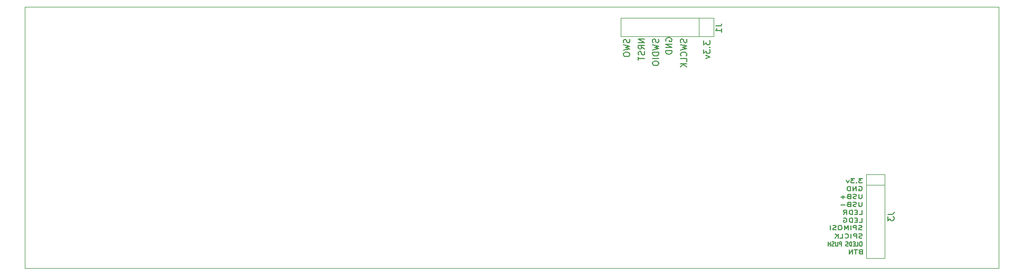
<source format=gbr>
%TF.GenerationSoftware,KiCad,Pcbnew,5.1.9-73d0e3b20d~88~ubuntu20.04.1*%
%TF.CreationDate,2021-03-03T11:26:58+04:00*%
%TF.ProjectId,interface_board,696e7465-7266-4616-9365-5f626f617264,rev?*%
%TF.SameCoordinates,Original*%
%TF.FileFunction,Legend,Bot*%
%TF.FilePolarity,Positive*%
%FSLAX46Y46*%
G04 Gerber Fmt 4.6, Leading zero omitted, Abs format (unit mm)*
G04 Created by KiCad (PCBNEW 5.1.9-73d0e3b20d~88~ubuntu20.04.1) date 2021-03-03 11:26:58*
%MOMM*%
%LPD*%
G01*
G04 APERTURE LIST*
%TA.AperFunction,Profile*%
%ADD10C,0.050000*%
%TD*%
%TA.AperFunction,Profile*%
%ADD11C,0.100000*%
%TD*%
%ADD12C,0.120000*%
%ADD13C,0.150000*%
G04 APERTURE END LIST*
D10*
X222900000Y-88100000D02*
X66700000Y-88100000D01*
D11*
X222900000Y-46100000D02*
X222900000Y-88100000D01*
X66700000Y-88100000D02*
X66700000Y-46100000D01*
X66700000Y-46100000D02*
X222900000Y-46100000D01*
D12*
%TO.C,J3*%
X201680000Y-74697000D02*
X204680000Y-74697000D01*
X204680000Y-73062000D02*
X201680000Y-73062000D01*
X204680000Y-86492000D02*
X204680000Y-73062000D01*
X201680000Y-86492000D02*
X204680000Y-86492000D01*
X201680000Y-73062000D02*
X201680000Y-86492000D01*
%TO.C,J1*%
X174800000Y-47850000D02*
X174800000Y-50850000D01*
X177170000Y-50850000D02*
X177170000Y-47850000D01*
X162270000Y-50850000D02*
X177170000Y-50850000D01*
X162270000Y-47850000D02*
X162270000Y-50850000D01*
X177170000Y-47850000D02*
X162270000Y-47850000D01*
%TD*%
%TO.C,J3*%
D13*
X205132380Y-79443666D02*
X205846666Y-79443666D01*
X205989523Y-79396047D01*
X206084761Y-79300809D01*
X206132380Y-79157952D01*
X206132380Y-79062714D01*
X205132380Y-79824619D02*
X205132380Y-80443666D01*
X205513333Y-80110333D01*
X205513333Y-80253190D01*
X205560952Y-80348428D01*
X205608571Y-80396047D01*
X205703809Y-80443666D01*
X205941904Y-80443666D01*
X206037142Y-80396047D01*
X206084761Y-80348428D01*
X206132380Y-80253190D01*
X206132380Y-79967476D01*
X206084761Y-79872238D01*
X206037142Y-79824619D01*
X201071428Y-73701666D02*
X200514285Y-73701666D01*
X200814285Y-73968333D01*
X200685714Y-73968333D01*
X200599999Y-74001666D01*
X200557142Y-74035000D01*
X200514285Y-74101666D01*
X200514285Y-74268333D01*
X200557142Y-74335000D01*
X200599999Y-74368333D01*
X200685714Y-74401666D01*
X200942856Y-74401666D01*
X201028571Y-74368333D01*
X201071428Y-74335000D01*
X200128571Y-74335000D02*
X200085714Y-74368333D01*
X200128571Y-74401666D01*
X200171428Y-74368333D01*
X200128571Y-74335000D01*
X200128571Y-74401666D01*
X199785714Y-73701666D02*
X199228571Y-73701666D01*
X199528571Y-73968333D01*
X199399999Y-73968333D01*
X199314285Y-74001666D01*
X199271428Y-74035000D01*
X199228571Y-74101666D01*
X199228571Y-74268333D01*
X199271428Y-74335000D01*
X199314285Y-74368333D01*
X199399999Y-74401666D01*
X199657142Y-74401666D01*
X199742856Y-74368333D01*
X199785714Y-74335000D01*
X198928571Y-73935000D02*
X198714285Y-74401666D01*
X198499999Y-73935000D01*
X200514285Y-75005000D02*
X200599999Y-74971666D01*
X200728571Y-74971666D01*
X200857142Y-75005000D01*
X200942856Y-75071666D01*
X200985713Y-75138333D01*
X201028571Y-75271666D01*
X201028571Y-75371666D01*
X200985713Y-75505000D01*
X200942856Y-75571666D01*
X200857142Y-75638333D01*
X200728571Y-75671666D01*
X200642856Y-75671666D01*
X200514285Y-75638333D01*
X200471428Y-75605000D01*
X200471428Y-75371666D01*
X200642856Y-75371666D01*
X200085713Y-75671666D02*
X200085713Y-74971666D01*
X199571428Y-75671666D01*
X199571428Y-74971666D01*
X199142856Y-75671666D02*
X199142856Y-74971666D01*
X198928571Y-74971666D01*
X198799999Y-75005000D01*
X198714285Y-75071666D01*
X198671428Y-75138333D01*
X198628571Y-75271666D01*
X198628571Y-75371666D01*
X198671428Y-75505000D01*
X198714285Y-75571666D01*
X198799999Y-75638333D01*
X198928571Y-75671666D01*
X199142856Y-75671666D01*
X200557142Y-80726666D02*
X200985713Y-80726666D01*
X200985713Y-80026666D01*
X200257142Y-80360000D02*
X199957142Y-80360000D01*
X199828571Y-80726666D02*
X200257142Y-80726666D01*
X200257142Y-80026666D01*
X199828571Y-80026666D01*
X199442856Y-80726666D02*
X199442856Y-80026666D01*
X199228571Y-80026666D01*
X199099999Y-80060000D01*
X199014285Y-80126666D01*
X198971428Y-80193333D01*
X198928571Y-80326666D01*
X198928571Y-80426666D01*
X198971428Y-80560000D01*
X199014285Y-80626666D01*
X199099999Y-80693333D01*
X199228571Y-80726666D01*
X199442856Y-80726666D01*
X198071428Y-80060000D02*
X198157142Y-80026666D01*
X198285713Y-80026666D01*
X198414285Y-80060000D01*
X198499999Y-80126666D01*
X198542856Y-80193333D01*
X198585713Y-80326666D01*
X198585713Y-80426666D01*
X198542856Y-80560000D01*
X198499999Y-80626666D01*
X198414285Y-80693333D01*
X198285713Y-80726666D01*
X198199999Y-80726666D01*
X198071428Y-80693333D01*
X198028571Y-80660000D01*
X198028571Y-80426666D01*
X198199999Y-80426666D01*
X200557142Y-79456666D02*
X200985713Y-79456666D01*
X200985713Y-78756666D01*
X200257142Y-79090000D02*
X199957142Y-79090000D01*
X199828571Y-79456666D02*
X200257142Y-79456666D01*
X200257142Y-78756666D01*
X199828571Y-78756666D01*
X199442856Y-79456666D02*
X199442856Y-78756666D01*
X199228571Y-78756666D01*
X199099999Y-78790000D01*
X199014285Y-78856666D01*
X198971428Y-78923333D01*
X198928571Y-79056666D01*
X198928571Y-79156666D01*
X198971428Y-79290000D01*
X199014285Y-79356666D01*
X199099999Y-79423333D01*
X199228571Y-79456666D01*
X199442856Y-79456666D01*
X198028571Y-79456666D02*
X198328571Y-79123333D01*
X198542856Y-79456666D02*
X198542856Y-78756666D01*
X198199999Y-78756666D01*
X198114285Y-78790000D01*
X198071428Y-78823333D01*
X198028571Y-78890000D01*
X198028571Y-78990000D01*
X198071428Y-79056666D01*
X198114285Y-79090000D01*
X198199999Y-79123333D01*
X198542856Y-79123333D01*
X200985714Y-77486666D02*
X200985714Y-78053333D01*
X200942857Y-78120000D01*
X200899999Y-78153333D01*
X200814285Y-78186666D01*
X200642857Y-78186666D01*
X200557142Y-78153333D01*
X200514285Y-78120000D01*
X200471428Y-78053333D01*
X200471428Y-77486666D01*
X200085714Y-78153333D02*
X199957142Y-78186666D01*
X199742857Y-78186666D01*
X199657142Y-78153333D01*
X199614285Y-78120000D01*
X199571428Y-78053333D01*
X199571428Y-77986666D01*
X199614285Y-77920000D01*
X199657142Y-77886666D01*
X199742857Y-77853333D01*
X199914285Y-77820000D01*
X199999999Y-77786666D01*
X200042857Y-77753333D01*
X200085714Y-77686666D01*
X200085714Y-77620000D01*
X200042857Y-77553333D01*
X199999999Y-77520000D01*
X199914285Y-77486666D01*
X199699999Y-77486666D01*
X199571428Y-77520000D01*
X198885714Y-77820000D02*
X198757142Y-77853333D01*
X198714285Y-77886666D01*
X198671428Y-77953333D01*
X198671428Y-78053333D01*
X198714285Y-78120000D01*
X198757142Y-78153333D01*
X198842857Y-78186666D01*
X199185714Y-78186666D01*
X199185714Y-77486666D01*
X198885714Y-77486666D01*
X198799999Y-77520000D01*
X198757142Y-77553333D01*
X198714285Y-77620000D01*
X198714285Y-77686666D01*
X198757142Y-77753333D01*
X198799999Y-77786666D01*
X198885714Y-77820000D01*
X199185714Y-77820000D01*
X198285714Y-77920000D02*
X197599999Y-77920000D01*
X200985714Y-76216666D02*
X200985714Y-76783333D01*
X200942857Y-76850000D01*
X200899999Y-76883333D01*
X200814285Y-76916666D01*
X200642857Y-76916666D01*
X200557142Y-76883333D01*
X200514285Y-76850000D01*
X200471428Y-76783333D01*
X200471428Y-76216666D01*
X200085714Y-76883333D02*
X199957142Y-76916666D01*
X199742857Y-76916666D01*
X199657142Y-76883333D01*
X199614285Y-76850000D01*
X199571428Y-76783333D01*
X199571428Y-76716666D01*
X199614285Y-76650000D01*
X199657142Y-76616666D01*
X199742857Y-76583333D01*
X199914285Y-76550000D01*
X199999999Y-76516666D01*
X200042857Y-76483333D01*
X200085714Y-76416666D01*
X200085714Y-76350000D01*
X200042857Y-76283333D01*
X199999999Y-76250000D01*
X199914285Y-76216666D01*
X199699999Y-76216666D01*
X199571428Y-76250000D01*
X198885714Y-76550000D02*
X198757142Y-76583333D01*
X198714285Y-76616666D01*
X198671428Y-76683333D01*
X198671428Y-76783333D01*
X198714285Y-76850000D01*
X198757142Y-76883333D01*
X198842857Y-76916666D01*
X199185714Y-76916666D01*
X199185714Y-76216666D01*
X198885714Y-76216666D01*
X198799999Y-76250000D01*
X198757142Y-76283333D01*
X198714285Y-76350000D01*
X198714285Y-76416666D01*
X198757142Y-76483333D01*
X198799999Y-76516666D01*
X198885714Y-76550000D01*
X199185714Y-76550000D01*
X198285714Y-76650000D02*
X197599999Y-76650000D01*
X197942857Y-76916666D02*
X197942857Y-76383333D01*
X200874642Y-83876666D02*
X200760357Y-83876666D01*
X200703214Y-83910000D01*
X200646071Y-83976666D01*
X200617500Y-84110000D01*
X200617500Y-84343333D01*
X200646071Y-84476666D01*
X200703214Y-84543333D01*
X200760357Y-84576666D01*
X200874642Y-84576666D01*
X200931785Y-84543333D01*
X200988928Y-84476666D01*
X201017500Y-84343333D01*
X201017500Y-84110000D01*
X200988928Y-83976666D01*
X200931785Y-83910000D01*
X200874642Y-83876666D01*
X200074642Y-84576666D02*
X200360357Y-84576666D01*
X200360357Y-83876666D01*
X199874642Y-84210000D02*
X199674642Y-84210000D01*
X199588928Y-84576666D02*
X199874642Y-84576666D01*
X199874642Y-83876666D01*
X199588928Y-83876666D01*
X199331785Y-84576666D02*
X199331785Y-83876666D01*
X199188928Y-83876666D01*
X199103214Y-83910000D01*
X199046071Y-83976666D01*
X199017500Y-84043333D01*
X198988928Y-84176666D01*
X198988928Y-84276666D01*
X199017500Y-84410000D01*
X199046071Y-84476666D01*
X199103214Y-84543333D01*
X199188928Y-84576666D01*
X199331785Y-84576666D01*
X198760357Y-84543333D02*
X198674642Y-84576666D01*
X198531785Y-84576666D01*
X198474642Y-84543333D01*
X198446071Y-84510000D01*
X198417500Y-84443333D01*
X198417500Y-84376666D01*
X198446071Y-84310000D01*
X198474642Y-84276666D01*
X198531785Y-84243333D01*
X198646071Y-84210000D01*
X198703214Y-84176666D01*
X198731785Y-84143333D01*
X198760357Y-84076666D01*
X198760357Y-84010000D01*
X198731785Y-83943333D01*
X198703214Y-83910000D01*
X198646071Y-83876666D01*
X198503214Y-83876666D01*
X198417500Y-83910000D01*
X197703214Y-84576666D02*
X197703214Y-83876666D01*
X197474642Y-83876666D01*
X197417500Y-83910000D01*
X197388928Y-83943333D01*
X197360357Y-84010000D01*
X197360357Y-84110000D01*
X197388928Y-84176666D01*
X197417500Y-84210000D01*
X197474642Y-84243333D01*
X197703214Y-84243333D01*
X197103214Y-83876666D02*
X197103214Y-84443333D01*
X197074642Y-84510000D01*
X197046071Y-84543333D01*
X196988928Y-84576666D01*
X196874642Y-84576666D01*
X196817500Y-84543333D01*
X196788928Y-84510000D01*
X196760357Y-84443333D01*
X196760357Y-83876666D01*
X196503214Y-84543333D02*
X196417500Y-84576666D01*
X196274642Y-84576666D01*
X196217500Y-84543333D01*
X196188928Y-84510000D01*
X196160357Y-84443333D01*
X196160357Y-84376666D01*
X196188928Y-84310000D01*
X196217500Y-84276666D01*
X196274642Y-84243333D01*
X196388928Y-84210000D01*
X196446071Y-84176666D01*
X196474642Y-84143333D01*
X196503214Y-84076666D01*
X196503214Y-84010000D01*
X196474642Y-83943333D01*
X196446071Y-83910000D01*
X196388928Y-83876666D01*
X196246071Y-83876666D01*
X196160357Y-83910000D01*
X195903214Y-84576666D02*
X195903214Y-83876666D01*
X195903214Y-84210000D02*
X195560357Y-84210000D01*
X195560357Y-84576666D02*
X195560357Y-83876666D01*
X200998928Y-81913333D02*
X200870357Y-81946666D01*
X200656071Y-81946666D01*
X200570357Y-81913333D01*
X200527500Y-81880000D01*
X200484642Y-81813333D01*
X200484642Y-81746666D01*
X200527500Y-81680000D01*
X200570357Y-81646666D01*
X200656071Y-81613333D01*
X200827500Y-81580000D01*
X200913214Y-81546666D01*
X200956071Y-81513333D01*
X200998928Y-81446666D01*
X200998928Y-81380000D01*
X200956071Y-81313333D01*
X200913214Y-81280000D01*
X200827500Y-81246666D01*
X200613214Y-81246666D01*
X200484642Y-81280000D01*
X200098928Y-81946666D02*
X200098928Y-81246666D01*
X199756071Y-81246666D01*
X199670357Y-81280000D01*
X199627500Y-81313333D01*
X199584642Y-81380000D01*
X199584642Y-81480000D01*
X199627500Y-81546666D01*
X199670357Y-81580000D01*
X199756071Y-81613333D01*
X200098928Y-81613333D01*
X199198928Y-81946666D02*
X199198928Y-81246666D01*
X198770357Y-81946666D02*
X198770357Y-81246666D01*
X198470357Y-81746666D01*
X198170357Y-81246666D01*
X198170357Y-81946666D01*
X197570357Y-81246666D02*
X197398928Y-81246666D01*
X197313214Y-81280000D01*
X197227500Y-81346666D01*
X197184642Y-81480000D01*
X197184642Y-81713333D01*
X197227500Y-81846666D01*
X197313214Y-81913333D01*
X197398928Y-81946666D01*
X197570357Y-81946666D01*
X197656071Y-81913333D01*
X197741785Y-81846666D01*
X197784642Y-81713333D01*
X197784642Y-81480000D01*
X197741785Y-81346666D01*
X197656071Y-81280000D01*
X197570357Y-81246666D01*
X196841785Y-81913333D02*
X196713214Y-81946666D01*
X196498928Y-81946666D01*
X196413214Y-81913333D01*
X196370357Y-81880000D01*
X196327500Y-81813333D01*
X196327500Y-81746666D01*
X196370357Y-81680000D01*
X196413214Y-81646666D01*
X196498928Y-81613333D01*
X196670357Y-81580000D01*
X196756071Y-81546666D01*
X196798928Y-81513333D01*
X196841785Y-81446666D01*
X196841785Y-81380000D01*
X196798928Y-81313333D01*
X196756071Y-81280000D01*
X196670357Y-81246666D01*
X196456071Y-81246666D01*
X196327500Y-81280000D01*
X195941785Y-81946666D02*
X195941785Y-81246666D01*
X201020357Y-83233333D02*
X200891785Y-83266666D01*
X200677500Y-83266666D01*
X200591785Y-83233333D01*
X200548928Y-83200000D01*
X200506071Y-83133333D01*
X200506071Y-83066666D01*
X200548928Y-83000000D01*
X200591785Y-82966666D01*
X200677500Y-82933333D01*
X200848928Y-82900000D01*
X200934642Y-82866666D01*
X200977500Y-82833333D01*
X201020357Y-82766666D01*
X201020357Y-82700000D01*
X200977500Y-82633333D01*
X200934642Y-82600000D01*
X200848928Y-82566666D01*
X200634642Y-82566666D01*
X200506071Y-82600000D01*
X200120357Y-83266666D02*
X200120357Y-82566666D01*
X199777500Y-82566666D01*
X199691785Y-82600000D01*
X199648928Y-82633333D01*
X199606071Y-82700000D01*
X199606071Y-82800000D01*
X199648928Y-82866666D01*
X199691785Y-82900000D01*
X199777500Y-82933333D01*
X200120357Y-82933333D01*
X199220357Y-83266666D02*
X199220357Y-82566666D01*
X198277500Y-83200000D02*
X198320357Y-83233333D01*
X198448928Y-83266666D01*
X198534642Y-83266666D01*
X198663214Y-83233333D01*
X198748928Y-83166666D01*
X198791785Y-83100000D01*
X198834642Y-82966666D01*
X198834642Y-82866666D01*
X198791785Y-82733333D01*
X198748928Y-82666666D01*
X198663214Y-82600000D01*
X198534642Y-82566666D01*
X198448928Y-82566666D01*
X198320357Y-82600000D01*
X198277500Y-82633333D01*
X197463214Y-83266666D02*
X197891785Y-83266666D01*
X197891785Y-82566666D01*
X197163214Y-83266666D02*
X197163214Y-82566666D01*
X196648928Y-83266666D02*
X197034642Y-82866666D01*
X196648928Y-82566666D02*
X197163214Y-82966666D01*
X200755000Y-85440000D02*
X200626428Y-85473333D01*
X200583571Y-85506666D01*
X200540714Y-85573333D01*
X200540714Y-85673333D01*
X200583571Y-85740000D01*
X200626428Y-85773333D01*
X200712142Y-85806666D01*
X201055000Y-85806666D01*
X201055000Y-85106666D01*
X200755000Y-85106666D01*
X200669285Y-85140000D01*
X200626428Y-85173333D01*
X200583571Y-85240000D01*
X200583571Y-85306666D01*
X200626428Y-85373333D01*
X200669285Y-85406666D01*
X200755000Y-85440000D01*
X201055000Y-85440000D01*
X200283571Y-85106666D02*
X199769285Y-85106666D01*
X200026428Y-85806666D02*
X200026428Y-85106666D01*
X199469285Y-85806666D02*
X199469285Y-85106666D01*
X198955000Y-85806666D01*
X198955000Y-85106666D01*
%TO.C,J1*%
X177512380Y-49166666D02*
X178226666Y-49166666D01*
X178369523Y-49119047D01*
X178464761Y-49023809D01*
X178512380Y-48880952D01*
X178512380Y-48785714D01*
X178512380Y-50166666D02*
X178512380Y-49595238D01*
X178512380Y-49880952D02*
X177512380Y-49880952D01*
X177655238Y-49785714D01*
X177750476Y-49690476D01*
X177798095Y-49595238D01*
X175632380Y-51542500D02*
X175632380Y-52161547D01*
X176013333Y-51828214D01*
X176013333Y-51971071D01*
X176060952Y-52066309D01*
X176108571Y-52113928D01*
X176203809Y-52161547D01*
X176441904Y-52161547D01*
X176537142Y-52113928D01*
X176584761Y-52066309D01*
X176632380Y-51971071D01*
X176632380Y-51685357D01*
X176584761Y-51590119D01*
X176537142Y-51542500D01*
X176537142Y-52590119D02*
X176584761Y-52637738D01*
X176632380Y-52590119D01*
X176584761Y-52542500D01*
X176537142Y-52590119D01*
X176632380Y-52590119D01*
X175632380Y-52971071D02*
X175632380Y-53590119D01*
X176013333Y-53256785D01*
X176013333Y-53399642D01*
X176060952Y-53494880D01*
X176108571Y-53542500D01*
X176203809Y-53590119D01*
X176441904Y-53590119D01*
X176537142Y-53542500D01*
X176584761Y-53494880D01*
X176632380Y-53399642D01*
X176632380Y-53113928D01*
X176584761Y-53018690D01*
X176537142Y-52971071D01*
X175965714Y-53923452D02*
X176632380Y-54161547D01*
X175965714Y-54399642D01*
X172854761Y-51263214D02*
X172902380Y-51406071D01*
X172902380Y-51644166D01*
X172854761Y-51739404D01*
X172807142Y-51787023D01*
X172711904Y-51834642D01*
X172616666Y-51834642D01*
X172521428Y-51787023D01*
X172473809Y-51739404D01*
X172426190Y-51644166D01*
X172378571Y-51453690D01*
X172330952Y-51358452D01*
X172283333Y-51310833D01*
X172188095Y-51263214D01*
X172092857Y-51263214D01*
X171997619Y-51310833D01*
X171950000Y-51358452D01*
X171902380Y-51453690D01*
X171902380Y-51691785D01*
X171950000Y-51834642D01*
X171902380Y-52167976D02*
X172902380Y-52406071D01*
X172188095Y-52596547D01*
X172902380Y-52787023D01*
X171902380Y-53025119D01*
X172807142Y-53977500D02*
X172854761Y-53929880D01*
X172902380Y-53787023D01*
X172902380Y-53691785D01*
X172854761Y-53548928D01*
X172759523Y-53453690D01*
X172664285Y-53406071D01*
X172473809Y-53358452D01*
X172330952Y-53358452D01*
X172140476Y-53406071D01*
X172045238Y-53453690D01*
X171950000Y-53548928D01*
X171902380Y-53691785D01*
X171902380Y-53787023D01*
X171950000Y-53929880D01*
X171997619Y-53977500D01*
X172902380Y-54882261D02*
X172902380Y-54406071D01*
X171902380Y-54406071D01*
X172902380Y-55215595D02*
X171902380Y-55215595D01*
X172902380Y-55787023D02*
X172330952Y-55358452D01*
X171902380Y-55787023D02*
X172473809Y-55215595D01*
X169550000Y-51616785D02*
X169502380Y-51521547D01*
X169502380Y-51378690D01*
X169550000Y-51235833D01*
X169645238Y-51140595D01*
X169740476Y-51092976D01*
X169930952Y-51045357D01*
X170073809Y-51045357D01*
X170264285Y-51092976D01*
X170359523Y-51140595D01*
X170454761Y-51235833D01*
X170502380Y-51378690D01*
X170502380Y-51473928D01*
X170454761Y-51616785D01*
X170407142Y-51664404D01*
X170073809Y-51664404D01*
X170073809Y-51473928D01*
X170502380Y-52092976D02*
X169502380Y-52092976D01*
X170502380Y-52664404D01*
X169502380Y-52664404D01*
X170502380Y-53140595D02*
X169502380Y-53140595D01*
X169502380Y-53378690D01*
X169550000Y-53521547D01*
X169645238Y-53616785D01*
X169740476Y-53664404D01*
X169930952Y-53712023D01*
X170073809Y-53712023D01*
X170264285Y-53664404D01*
X170359523Y-53616785D01*
X170454761Y-53521547D01*
X170502380Y-53378690D01*
X170502380Y-53140595D01*
X168354761Y-51273928D02*
X168402380Y-51416785D01*
X168402380Y-51654880D01*
X168354761Y-51750119D01*
X168307142Y-51797738D01*
X168211904Y-51845357D01*
X168116666Y-51845357D01*
X168021428Y-51797738D01*
X167973809Y-51750119D01*
X167926190Y-51654880D01*
X167878571Y-51464404D01*
X167830952Y-51369166D01*
X167783333Y-51321547D01*
X167688095Y-51273928D01*
X167592857Y-51273928D01*
X167497619Y-51321547D01*
X167450000Y-51369166D01*
X167402380Y-51464404D01*
X167402380Y-51702500D01*
X167450000Y-51845357D01*
X167402380Y-52178690D02*
X168402380Y-52416785D01*
X167688095Y-52607261D01*
X168402380Y-52797738D01*
X167402380Y-53035833D01*
X168402380Y-53416785D02*
X167402380Y-53416785D01*
X167402380Y-53654880D01*
X167450000Y-53797738D01*
X167545238Y-53892976D01*
X167640476Y-53940595D01*
X167830952Y-53988214D01*
X167973809Y-53988214D01*
X168164285Y-53940595D01*
X168259523Y-53892976D01*
X168354761Y-53797738D01*
X168402380Y-53654880D01*
X168402380Y-53416785D01*
X168402380Y-54416785D02*
X167402380Y-54416785D01*
X167402380Y-55083452D02*
X167402380Y-55273928D01*
X167450000Y-55369166D01*
X167545238Y-55464404D01*
X167735714Y-55512023D01*
X168069047Y-55512023D01*
X168259523Y-55464404D01*
X168354761Y-55369166D01*
X168402380Y-55273928D01*
X168402380Y-55083452D01*
X168354761Y-54988214D01*
X168259523Y-54892976D01*
X168069047Y-54845357D01*
X167735714Y-54845357D01*
X167545238Y-54892976D01*
X167450000Y-54988214D01*
X167402380Y-55083452D01*
X166127380Y-51253690D02*
X165127380Y-51253690D01*
X166127380Y-51825119D01*
X165127380Y-51825119D01*
X166127380Y-52872738D02*
X165651190Y-52539404D01*
X166127380Y-52301309D02*
X165127380Y-52301309D01*
X165127380Y-52682261D01*
X165175000Y-52777500D01*
X165222619Y-52825119D01*
X165317857Y-52872738D01*
X165460714Y-52872738D01*
X165555952Y-52825119D01*
X165603571Y-52777500D01*
X165651190Y-52682261D01*
X165651190Y-52301309D01*
X166079761Y-53253690D02*
X166127380Y-53396547D01*
X166127380Y-53634642D01*
X166079761Y-53729880D01*
X166032142Y-53777500D01*
X165936904Y-53825119D01*
X165841666Y-53825119D01*
X165746428Y-53777500D01*
X165698809Y-53729880D01*
X165651190Y-53634642D01*
X165603571Y-53444166D01*
X165555952Y-53348928D01*
X165508333Y-53301309D01*
X165413095Y-53253690D01*
X165317857Y-53253690D01*
X165222619Y-53301309D01*
X165175000Y-53348928D01*
X165127380Y-53444166D01*
X165127380Y-53682261D01*
X165175000Y-53825119D01*
X165127380Y-54110833D02*
X165127380Y-54682261D01*
X166127380Y-54396547D02*
X165127380Y-54396547D01*
X163704761Y-51325119D02*
X163752380Y-51467976D01*
X163752380Y-51706071D01*
X163704761Y-51801309D01*
X163657142Y-51848928D01*
X163561904Y-51896547D01*
X163466666Y-51896547D01*
X163371428Y-51848928D01*
X163323809Y-51801309D01*
X163276190Y-51706071D01*
X163228571Y-51515595D01*
X163180952Y-51420357D01*
X163133333Y-51372738D01*
X163038095Y-51325119D01*
X162942857Y-51325119D01*
X162847619Y-51372738D01*
X162800000Y-51420357D01*
X162752380Y-51515595D01*
X162752380Y-51753690D01*
X162800000Y-51896547D01*
X162752380Y-52229880D02*
X163752380Y-52467976D01*
X163038095Y-52658452D01*
X163752380Y-52848928D01*
X162752380Y-53087023D01*
X162752380Y-53658452D02*
X162752380Y-53848928D01*
X162800000Y-53944166D01*
X162895238Y-54039404D01*
X163085714Y-54087023D01*
X163419047Y-54087023D01*
X163609523Y-54039404D01*
X163704761Y-53944166D01*
X163752380Y-53848928D01*
X163752380Y-53658452D01*
X163704761Y-53563214D01*
X163609523Y-53467976D01*
X163419047Y-53420357D01*
X163085714Y-53420357D01*
X162895238Y-53467976D01*
X162800000Y-53563214D01*
X162752380Y-53658452D01*
%TD*%
M02*

</source>
